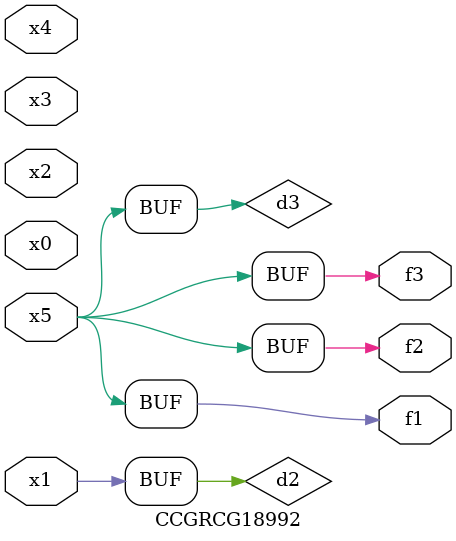
<source format=v>
module CCGRCG18992(
	input x0, x1, x2, x3, x4, x5,
	output f1, f2, f3
);

	wire d1, d2, d3;

	not (d1, x5);
	or (d2, x1);
	xnor (d3, d1);
	assign f1 = d3;
	assign f2 = d3;
	assign f3 = d3;
endmodule

</source>
